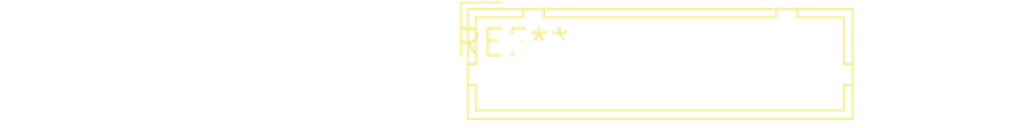
<source format=kicad_pcb>
(kicad_pcb (version 20240108) (generator pcbnew)
  (layers (0 "F.Cu" signal) (31 "B.Cu" signal) (34 "B.Paste" user) (35 "F.Paste" user) (36 "B.SilkS" user "B.Silkscreen") (37 "F.SilkS" user "F.Silkscreen") (38 "B.Mask" user) (39 "F.Mask" user) (44 "Edge.Cuts" user))
  (net 0 "")
  (footprint "Hirose_DF11-16DP-2DSA_2x08_P2.00mm_Vertical" (layer "F.Cu") (at 0 0)
    (property "Reference" "REF**")
    (property "Value" "Hirose_DF11-16DP-2DSA_2x08_P2.00mm_Vertical")
    (fp_line (start -2.41 -1.91) (end -0.5 -1.91) (layer "F.SilkS") (stroke (width 0.12)))
    (fp_line (start -2.41 0) (end -2.41 -1.91) (layer "F.SilkS") (stroke (width 0.12)))
    (fp_line (start -2.1 -1.6) (end -2.1 3.6) (layer "F.SilkS") (stroke (width 0.12)))
    (fp_line (start -2.1 1) (end -1.7 1) (layer "F.SilkS") (stroke (width 0.12)))
    (fp_line (start -2.1 2) (end -1.7 2) (layer "F.SilkS") (stroke (width 0.12)))
    (fp_line (start -2.1 3.6) (end 16.1 3.6) (layer "F.SilkS") (stroke (width 0.12)))
    (fp_line (start -1.7 -1.2) (end 0.5 -1.2) (layer "F.SilkS") (stroke (width 0.12)))
    (fp_line (start -1.7 1) (end -1.7 -1.2) (layer "F.SilkS") (stroke (width 0.12)))
    (fp_line (start -1.7 2) (end -1.7 3.2) (layer "F.SilkS") (stroke (width 0.12)))
    (fp_line (start -1.7 3.2) (end 15.7 3.2) (layer "F.SilkS") (stroke (width 0.12)))
    (fp_line (start 0.5 -1.2) (end 0.5 -1.6) (layer "F.SilkS") (stroke (width 0.12)))
    (fp_line (start 1.5 -1.6) (end 1.5 -1.2) (layer "F.SilkS") (stroke (width 0.12)))
    (fp_line (start 1.5 -1.2) (end 12.5 -1.2) (layer "F.SilkS") (stroke (width 0.12)))
    (fp_line (start 12.5 -1.2) (end 12.5 -1.6) (layer "F.SilkS") (stroke (width 0.12)))
    (fp_line (start 13.5 -1.2) (end 13.5 -1.6) (layer "F.SilkS") (stroke (width 0.12)))
    (fp_line (start 15.7 -1.2) (end 13.5 -1.2) (layer "F.SilkS") (stroke (width 0.12)))
    (fp_line (start 15.7 1) (end 15.7 -1.2) (layer "F.SilkS") (stroke (width 0.12)))
    (fp_line (start 15.7 2) (end 16.1 2) (layer "F.SilkS") (stroke (width 0.12)))
    (fp_line (start 15.7 3.2) (end 15.7 2) (layer "F.SilkS") (stroke (width 0.12)))
    (fp_line (start 16.1 -1.6) (end -2.1 -1.6) (layer "F.SilkS") (stroke (width 0.12)))
    (fp_line (start 16.1 1) (end 15.7 1) (layer "F.SilkS") (stroke (width 0.12)))
    (fp_line (start 16.1 3.6) (end 16.1 -1.6) (layer "F.SilkS") (stroke (width 0.12)))
    (pad "1" thru_hole roundrect (at 0 0) (size 1.2 1.65) (drill 0.85) (layers *.Cu *.Mask) (remove_unused_layers) (roundrect_rratio 0.208333))
    (pad "2" thru_hole oval (at 0 2) (size 1.2 1.65) (drill 0.85) (layers *.Cu *.Mask) (remove_unused_layers))
    (pad "3" thru_hole oval (at 2 0) (size 1.2 1.65) (drill 0.85) (layers *.Cu *.Mask) (remove_unused_layers))
    (pad "4" thru_hole oval (at 2 2) (size 1.2 1.65) (drill 0.85) (layers *.Cu *.Mask) (remove_unused_layers))
    (pad "5" thru_hole oval (at 4 0) (size 1.2 1.65) (drill 0.85) (layers *.Cu *.Mask) (remove_unused_layers))
    (pad "6" thru_hole oval (at 4 2) (size 1.2 1.65) (drill 0.85) (layers *.Cu *.Mask) (remove_unused_layers))
    (pad "7" thru_hole oval (at 6 0) (size 1.2 1.65) (drill 0.85) (layers *.Cu *.Mask) (remove_unused_layers))
    (pad "8" thru_hole oval (at 6 2) (size 1.2 1.65) (drill 0.85) (layers *.Cu *.Mask) (remove_unused_layers))
    (pad "9" thru_hole oval (at 8 0) (size 1.2 1.65) (drill 0.85) (layers *.Cu *.Mask) (remove_unused_layers))
    (pad "10" thru_hole oval (at 8 2) (size 1.2 1.65) (drill 0.85) (layers *.Cu *.Mask) (remove_unused_layers))
    (pad "11" thru_hole oval (at 10 0) (size 1.2 1.65) (drill 0.85) (layers *.Cu *.Mask) (remove_unused_layers))
    (pad "12" thru_hole oval (at 10 2) (size 1.2 1.65) (drill 0.85) (layers *.Cu *.Mask) (remove_unused_layers))
    (pad "13" thru_hole oval (at 12 0) (size 1.2 1.65) (drill 0.85) (layers *.Cu *.Mask) (remove_unused_layers))
    (pad "14" thru_hole oval (at 12 2) (size 1.2 1.65) (drill 0.85) (layers *.Cu *.Mask) (remove_unused_layers))
    (pad "15" thru_hole oval (at 14 0) (size 1.2 1.65) (drill 0.85) (layers *.Cu *.Mask) (remove_unused_layers))
    (pad "16" thru_hole oval (at 14 2) (size 1.2 1.65) (drill 0.85) (layers *.Cu *.Mask) (remove_unused_layers))
  )
)
</source>
